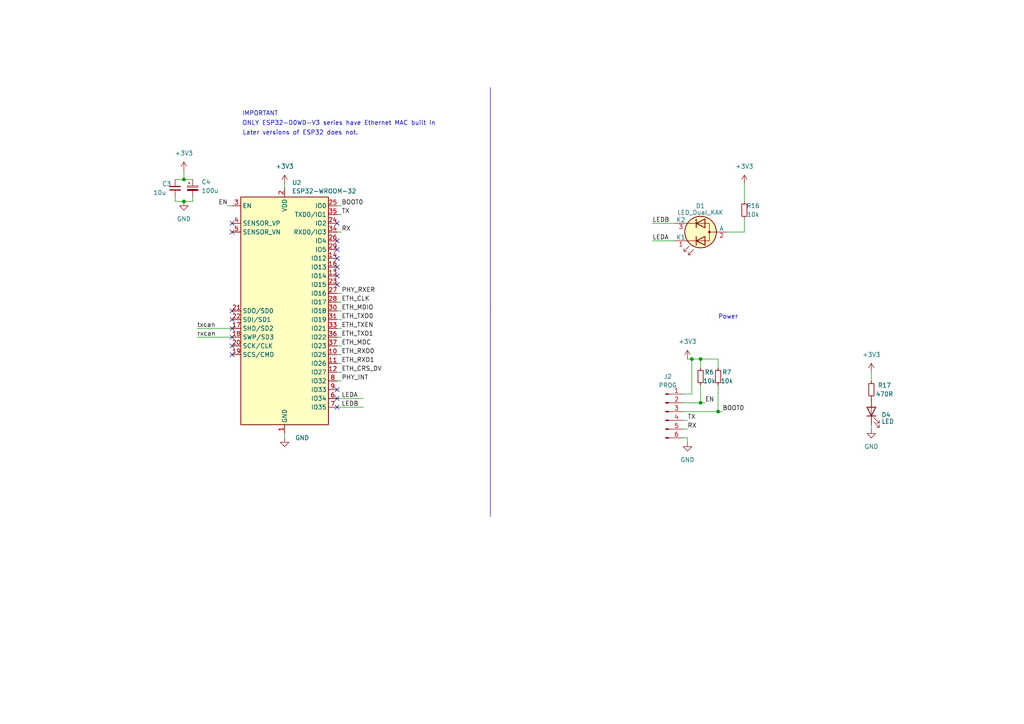
<source format=kicad_sch>
(kicad_sch (version 20250114) (generator "eeschema") (generator_version "9.0")
  (paper "A4")
  (title_block (comment 1 "http://www.vscp.org"))
  (lib_symbols
    (symbol "+3.3V_3" (power) (pin_names (offset 0))
      (property "Value" "+3.3V_3" (at 0 3.556 0))
      (symbol "+3.3V_3_0_1"
        (polyline (pts (xy -0.762 1.27) (xy 0 2.54)))
        (polyline (pts (xy 0 2.54) (xy 0.762 1.27)))
        (polyline (pts (xy 0 0) (xy 0 2.54)))
      )
      (symbol "+3.3V_3_1_1"
        (pin power_in line (at 0 0 90) (length 0) (hide yes) (name "+3V3") (number "1"))
      )
    )
    (symbol "+3.3V_4" (power) (pin_names (offset 0))
      (property "Value" "+3.3V_4" (at 0 3.556 0))
      (symbol "+3.3V_4_0_1"
        (polyline (pts (xy -0.762 1.27) (xy 0 2.54)))
        (polyline (pts (xy 0 2.54) (xy 0.762 1.27)))
        (polyline (pts (xy 0 0) (xy 0 2.54)))
      )
      (symbol "+3.3V_4_1_1"
        (pin power_in line (at 0 0 90) (length 0) (hide yes) (name "+3V3") (number "1"))
      )
    )
    (symbol "Connector:Conn_01x06_Male" (pin_names (offset 1.016) (hide yes))
      (property "Reference" "J" (at 0 7.62 0))
      (property "Value" "Conn_01x06_Male" (at 0 -10.16 0))
      (symbol "Conn_01x06_Male_1_1"
        (rectangle (start 0.8636 5.207) (end 0 4.953) (stroke (width 0.1524)) (fill (type outline)))
        (rectangle (start 0.8636 2.667) (end 0 2.413) (stroke (width 0.1524)) (fill (type outline)))
        (rectangle (start 0.8636 0.127) (end 0 -0.127) (stroke (width 0.1524)) (fill (type outline)))
        (rectangle (start 0.8636 -2.413) (end 0 -2.667) (stroke (width 0.1524)) (fill (type outline)))
        (rectangle (start 0.8636 -4.953) (end 0 -5.207) (stroke (width 0.1524)) (fill (type outline)))
        (rectangle (start 0.8636 -7.493) (end 0 -7.747) (stroke (width 0.1524)) (fill (type outline)))
        (polyline (pts (xy 1.27 5.08) (xy 0.8636 5.08)) (stroke (width 0.1524)))
        (polyline (pts (xy 1.27 2.54) (xy 0.8636 2.54)) (stroke (width 0.1524)))
        (polyline (pts (xy 1.27 0) (xy 0.8636 0)) (stroke (width 0.1524)))
        (polyline (pts (xy 1.27 -2.54) (xy 0.8636 -2.54)) (stroke (width 0.1524)))
        (polyline (pts (xy 1.27 -5.08) (xy 0.8636 -5.08)) (stroke (width 0.1524)))
        (polyline (pts (xy 1.27 -7.62) (xy 0.8636 -7.62)) (stroke (width 0.1524)))
        (pin passive line (at 5.08 5.08 180) (length 3.81) (name "Pin_1") (number "1"))
        (pin passive line (at 5.08 2.54 180) (length 3.81) (name "Pin_2") (number "2"))
        (pin passive line (at 5.08 0 180) (length 3.81) (name "Pin_3") (number "3"))
        (pin passive line (at 5.08 -2.54 180) (length 3.81) (name "Pin_4") (number "4"))
        (pin passive line (at 5.08 -5.08 180) (length 3.81) (name "Pin_5") (number "5"))
        (pin passive line (at 5.08 -7.62 180) (length 3.81) (name "Pin_6") (number "6"))
      )
    )
    (symbol "Device:C_Polarized_Small" (pin_numbers (hide yes)) (pin_names (offset 0.254) (hide yes))
      (property "Reference" "C" (at 0.254 1.778 0))
      (property "Value" "C_Polarized_Small" (at 0.254 -2.032 0))
      (symbol "C_Polarized_Small_0_1"
        (rectangle (start -1.524 0.6858) (end 1.524 0.3048))
        (rectangle (start -1.524 -0.3048) (end 1.524 -0.6858) (fill (type outline)))
        (polyline (pts (xy -1.27 1.524) (xy -0.762 1.524)))
        (polyline (pts (xy -1.016 1.27) (xy -1.016 1.778)))
      )
      (symbol "C_Polarized_Small_1_1"
        (pin passive line (at 0 2.54 270) (length 1.8542) (name "~") (number "1"))
        (pin passive line (at 0 -2.54 90) (length 1.8542) (name "~") (number "2"))
      )
    )
    (symbol "Device:C_Small" (pin_numbers (hide yes)) (pin_names (offset 0.254) (hide yes))
      (property "Reference" "C" (at 0.254 1.778 0))
      (property "Value" "C_Small" (at 0.254 -2.032 0))
      (symbol "C_Small_0_1"
        (polyline (pts (xy -1.524 0.508) (xy 1.524 0.508)) (stroke (width 0.3048)))
        (polyline (pts (xy -1.524 -0.508) (xy 1.524 -0.508)) (stroke (width 0.3302)))
      )
      (symbol "C_Small_1_1"
        (pin passive line (at 0 2.54 270) (length 2.032) (name "~") (number "1"))
        (pin passive line (at 0 -2.54 90) (length 2.032) (name "~") (number "2"))
      )
    )
    (symbol "Device:LED" (pin_numbers (hide yes)) (pin_names (offset 1.016) (hide yes))
      (property "Reference" "D" (at 0 2.54 0))
      (property "Value" "LED" (at 0 -2.54 0))
      (symbol "LED_0_1"
        (polyline (pts (xy -3.048 -0.762) (xy -4.572 -2.286) (xy -3.81 -2.286) (xy -4.572 -2.286) (xy -4.572 -1.524)))
        (polyline (pts (xy -1.778 -0.762) (xy -3.302 -2.286) (xy -2.54 -2.286) (xy -3.302 -2.286) (xy -3.302 -1.524)))
        (polyline (pts (xy -1.27 0) (xy 1.27 0)))
        (polyline (pts (xy -1.27 -1.27) (xy -1.27 1.27)) (stroke (width 0.254)))
        (polyline (pts (xy 1.27 -1.27) (xy 1.27 1.27) (xy -1.27 0) (xy 1.27 -1.27)) (stroke (width 0.254)))
      )
      (symbol "LED_1_1"
        (pin passive line (at -3.81 0 0) (length 2.54) (name "K") (number "1"))
        (pin passive line (at 3.81 0 180) (length 2.54) (name "A") (number "2"))
      )
    )
    (symbol "Device:LED_Dual_KAK" (pin_names (offset 0))
      (property "Reference" "D" (at 0 5.715 0))
      (property "Value" "LED_Dual_KAK" (at 0 -6.35 0))
      (symbol "LED_Dual_KAK_0_1"
        (polyline (pts (xy -4.572 0) (xy -2.54 0)))
        (circle (center -2.54 0) (radius 0.2794) (fill (type outline)))
        (polyline (pts (xy -1.27 3.81) (xy -1.27 1.27) (xy 1.27 2.54) (xy -1.27 3.81)) (stroke (width 0.254)))
        (polyline (pts (xy -1.27 -1.27) (xy -1.27 -3.81) (xy 1.27 -2.54) (xy -1.27 -1.27)) (stroke (width 0.254)))
        (circle (center 0 0) (radius 4.572) (stroke (width 0.254)) (fill (type background)))
        (polyline (pts (xy 1.27 3.81) (xy 1.27 1.27)) (stroke (width 0.254)))
        (polyline (pts (xy 1.27 -1.27) (xy 1.27 -3.81)) (stroke (width 0.254)))
        (polyline (pts (xy 2.032 5.08) (xy 3.556 6.604) (xy 2.794 6.604) (xy 3.556 6.604) (xy 3.556 5.842)))
        (polyline (pts (xy 2.032 2.54) (xy -2.54 2.54) (xy -2.54 -2.54) (xy 2.032 -2.54)))
        (polyline (pts (xy 3.302 4.064) (xy 4.826 5.588) (xy 4.064 5.588) (xy 4.826 5.588) (xy 4.826 4.826)))
        (polyline (pts (xy 3.81 2.54) (xy 1.905 2.54)))
        (polyline (pts (xy 3.81 -2.54) (xy 1.905 -2.54)))
      )
      (symbol "LED_Dual_KAK_1_1"
        (pin input line (at -7.62 0 0) (length 3.048) (name "A") (number "2"))
        (pin input line (at 7.62 2.54 180) (length 3.81) (name "K1") (number "1"))
        (pin input line (at 7.62 -2.54 180) (length 3.81) (name "K2") (number "3"))
      )
    )
    (symbol "Device:R_Small" (pin_numbers (hide yes)) (pin_names (offset 0.254) (hide yes))
      (property "Reference" "R" (at 0.762 0.508 0))
      (property "Value" "R_Small" (at 0.762 -1.016 0))
      (symbol "R_Small_0_1"
        (rectangle (start -0.762 1.778) (end 0.762 -1.778) (stroke (width 0.2032)))
      )
      (symbol "R_Small_1_1"
        (pin passive line (at 0 2.54 270) (length 0.762) (name "~") (number "1"))
        (pin passive line (at 0 -2.54 90) (length 0.762) (name "~") (number "2"))
      )
    )
    (symbol "GND_14" (power) (pin_names (offset 0))
      (property "Value" "GND_14" (at 0 -3.81 0))
      (symbol "GND_14_0_1"
        (polyline (pts (xy 0 0) (xy 0 -1.27) (xy 1.27 -1.27) (xy 0 -2.54) (xy -1.27 -1.27) (xy 0 -1.27)))
      )
      (symbol "GND_14_1_1"
        (pin power_in line (at 0 0 270) (length 0) (hide yes) (name "GND") (number "1"))
      )
    )
    (symbol "GND_17" (power) (pin_names (offset 0))
      (property "Value" "GND_17" (at 0 -3.81 0))
      (symbol "GND_17_0_1"
        (polyline (pts (xy 0 0) (xy 0 -1.27) (xy 1.27 -1.27) (xy 0 -2.54) (xy -1.27 -1.27) (xy 0 -1.27)))
      )
      (symbol "GND_17_1_1"
        (pin power_in line (at 0 0 270) (length 0) (hide yes) (name "GND") (number "1"))
      )
    )
    (symbol "GND_8" (power) (pin_names (offset 0))
      (property "Value" "GND_8" (at 0 -3.81 0))
      (symbol "GND_8_0_1"
        (polyline (pts (xy 0 0) (xy 0 -1.27) (xy 1.27 -1.27) (xy 0 -2.54) (xy -1.27 -1.27) (xy 0 -1.27)))
      )
      (symbol "GND_8_1_1"
        (pin power_in line (at 0 0 270) (length 0) (hide yes) (name "GND") (number "1"))
      )
    )
    (symbol "RF_Module:ESP32-WROOM-32"
      (property "Reference" "U" (at -12.7 34.29 0))
      (property "Value" "ESP32-WROOM-32" (at 1.27 34.29 0))
      (symbol "ESP32-WROOM-32_0_1"
        (rectangle (start -12.7 33.02) (end 12.7 -33.02) (stroke (width 0.254)) (fill (type background)))
      )
      (symbol "ESP32-WROOM-32_1_1"
        (pin input line (at -15.24 30.48 0) (length 2.54) (name "EN") (number "3"))
        (pin input line (at -15.24 25.4 0) (length 2.54) (name "SENSOR_VP") (number "4"))
        (pin input line (at -15.24 22.86 0) (length 2.54) (name "SENSOR_VN") (number "5"))
        (pin bidirectional line (at -15.24 0 0) (length 2.54) (name "SDO/SD0") (number "21"))
        (pin bidirectional line (at -15.24 -2.54 0) (length 2.54) (name "SDI/SD1") (number "22"))
        (pin bidirectional line (at -15.24 -5.08 0) (length 2.54) (name "SHD/SD2") (number "17"))
        (pin bidirectional line (at -15.24 -7.62 0) (length 2.54) (name "SWP/SD3") (number "18"))
        (pin bidirectional line (at -15.24 -10.16 0) (length 2.54) (name "SCK/CLK") (number "20"))
        (pin bidirectional line (at -15.24 -12.7 0) (length 2.54) (name "SCS/CMD") (number "19"))
        (pin no_connect line (at -12.7 -27.94 0) (length 2.54) (hide yes) (name "NC") (number "32"))
        (pin power_in line (at 0 35.56 270) (length 2.54) (name "VDD") (number "2"))
        (pin power_in line (at 0 -35.56 90) (length 2.54) (name "GND") (number "1"))
        (pin passive line (at 0 -35.56 90) (length 2.54) (hide yes) (name "GND") (number "15"))
        (pin passive line (at 0 -35.56 90) (length 2.54) (hide yes) (name "GND") (number "38"))
        (pin passive line (at 0 -35.56 90) (length 2.54) (hide yes) (name "GND") (number "39"))
        (pin bidirectional line (at 15.24 30.48 180) (length 2.54) (name "IO0") (number "25"))
        (pin bidirectional line (at 15.24 27.94 180) (length 2.54) (name "TXD0/IO1") (number "35"))
        (pin bidirectional line (at 15.24 25.4 180) (length 2.54) (name "IO2") (number "24"))
        (pin bidirectional line (at 15.24 22.86 180) (length 2.54) (name "RXD0/IO3") (number "34"))
        (pin bidirectional line (at 15.24 20.32 180) (length 2.54) (name "IO4") (number "26"))
        (pin bidirectional line (at 15.24 17.78 180) (length 2.54) (name "IO5") (number "29"))
        (pin bidirectional line (at 15.24 15.24 180) (length 2.54) (name "IO12") (number "14"))
        (pin bidirectional line (at 15.24 12.7 180) (length 2.54) (name "IO13") (number "16"))
        (pin bidirectional line (at 15.24 10.16 180) (length 2.54) (name "IO14") (number "13"))
        (pin bidirectional line (at 15.24 7.62 180) (length 2.54) (name "IO15") (number "23"))
        (pin bidirectional line (at 15.24 5.08 180) (length 2.54) (name "IO16") (number "27"))
        (pin bidirectional line (at 15.24 2.54 180) (length 2.54) (name "IO17") (number "28"))
        (pin bidirectional line (at 15.24 0 180) (length 2.54) (name "IO18") (number "30"))
        (pin bidirectional line (at 15.24 -2.54 180) (length 2.54) (name "IO19") (number "31"))
        (pin bidirectional line (at 15.24 -5.08 180) (length 2.54) (name "IO21") (number "33"))
        (pin bidirectional line (at 15.24 -7.62 180) (length 2.54) (name "IO22") (number "36"))
        (pin bidirectional line (at 15.24 -10.16 180) (length 2.54) (name "IO23") (number "37"))
        (pin bidirectional line (at 15.24 -12.7 180) (length 2.54) (name "IO25") (number "10"))
        (pin bidirectional line (at 15.24 -15.24 180) (length 2.54) (name "IO26") (number "11"))
        (pin bidirectional line (at 15.24 -17.78 180) (length 2.54) (name "IO27") (number "12"))
        (pin bidirectional line (at 15.24 -20.32 180) (length 2.54) (name "IO32") (number "8"))
        (pin bidirectional line (at 15.24 -22.86 180) (length 2.54) (name "IO33") (number "9"))
        (pin input line (at 15.24 -25.4 180) (length 2.54) (name "IO34") (number "6"))
        (pin input line (at 15.24 -27.94 180) (length 2.54) (name "IO35") (number "7"))
      )
    )
    (symbol "power:+3.3V" (power) (pin_names (offset 0))
      (property "Value" "+3.3V" (at 0 3.556 0))
      (symbol "+3.3V_0_1"
        (polyline (pts (xy -0.762 1.27) (xy 0 2.54)))
        (polyline (pts (xy 0 2.54) (xy 0.762 1.27)))
        (polyline (pts (xy 0 0) (xy 0 2.54)))
      )
      (symbol "+3.3V_1_1"
        (pin power_in line (at 0 0 90) (length 0) (hide yes) (name "+3V3") (number "1"))
      )
    )
  )
  (text "Later versions of ESP32 does not." (at 87.122 38.608 0) (effects (font (size 1.27 1.27))))
  (text "ONLY ESP32-D0WD-V3 series have Ethernet MAC built in" (at 98.298 35.814 0) (effects (font (size 1.27 1.27))))
  (text "IMPORTANT" (at 75.438 33.02 0) (effects (font (size 1.27 1.27))))
  (text "Power" (at 208.28 92.71 0) (effects (font (size 1.27 1.27)) (justify left bottom)))
  (junction (at 203.2 104.14))
  (junction (at 208.28 119.38))
  (junction (at 53.34 58.42))
  (junction (at 53.34 52.07))
  (junction (at 200.66 104.14))
  (junction (at 203.2 116.84))
  (no_connect (at 67.31 100.33))
  (no_connect (at 97.79 113.03))
  (no_connect (at 67.31 64.77))
  (no_connect (at 67.31 102.87))
  (no_connect (at 97.79 115.57))
  (no_connect (at 67.31 67.31))
  (no_connect (at 97.79 64.77))
  (no_connect (at 97.79 69.85))
  (no_connect (at 67.31 92.71))
  (no_connect (at 97.79 74.93))
  (no_connect (at 97.79 80.01))
  (no_connect (at 67.31 95.25))
  (no_connect (at 97.79 72.39))
  (no_connect (at 97.79 82.55))
  (no_connect (at 97.79 77.47))
  (no_connect (at 67.31 97.79))
  (no_connect (at 67.31 90.17))
  (no_connect (at 97.79 118.11))
  (wire (pts (xy 198.12 116.84) (xy 203.2 116.84)))
  (wire (pts (xy 97.79 97.79) (xy 99.06 97.79)))
  (wire (pts (xy 97.79 85.09) (xy 99.06 85.09)))
  (wire (pts (xy 198.12 121.92) (xy 199.39 121.92)))
  (wire (pts (xy 203.2 104.14) (xy 203.2 106.68)))
  (wire (pts (xy 208.28 119.38) (xy 209.55 119.38)))
  (wire (pts (xy 199.39 127) (xy 199.39 128.27)))
  (wire (pts (xy 53.34 49.53) (xy 53.34 52.07)))
  (wire (pts (xy 198.12 119.38) (xy 208.28 119.38)))
  (wire (pts (xy 203.2 104.14) (xy 208.28 104.14)))
  (wire (pts (xy 215.9 67.31) (xy 215.9 63.5)))
  (wire (pts (xy 53.34 52.07) (xy 55.88 52.07)))
  (wire (pts (xy 200.66 114.3) (xy 198.12 114.3)))
  (wire (pts (xy 97.79 100.33) (xy 99.06 100.33)))
  (wire (pts (xy 97.79 90.17) (xy 99.06 90.17)))
  (wire (pts (xy 97.79 59.69) (xy 99.06 59.69)))
  (wire (pts (xy 199.39 104.14) (xy 200.66 104.14)))
  (wire (pts (xy 203.2 111.76) (xy 203.2 116.84)))
  (wire (pts (xy 97.79 102.87) (xy 99.06 102.87)))
  (polyline (pts (xy 142.24 149.86) (xy 142.24 88.9)))
  (wire (pts (xy 210.82 67.31) (xy 215.9 67.31)))
  (wire (pts (xy 97.79 118.11) (xy 105.41 118.11)))
  (wire (pts (xy 252.73 110.49) (xy 252.73 107.95)))
  (wire (pts (xy 97.79 62.23) (xy 99.06 62.23)))
  (wire (pts (xy 97.79 67.31) (xy 99.06 67.31)))
  (wire (pts (xy 50.8 52.07) (xy 53.34 52.07)))
  (wire (pts (xy 55.88 58.42) (xy 55.88 57.15)))
  (wire (pts (xy 215.9 58.42) (xy 215.9 53.34)))
  (wire (pts (xy 97.79 87.63) (xy 99.06 87.63)))
  (wire (pts (xy 57.15 97.79) (xy 67.31 97.79)))
  (wire (pts (xy 198.12 127) (xy 199.39 127)))
  (wire (pts (xy 203.2 116.84) (xy 204.47 116.84)))
  (wire (pts (xy 50.8 57.15) (xy 50.8 58.42)))
  (wire (pts (xy 97.79 110.49) (xy 99.06 110.49)))
  (wire (pts (xy 97.79 115.57) (xy 105.41 115.57)))
  (wire (pts (xy 189.23 64.77) (xy 195.58 64.77)))
  (wire (pts (xy 200.66 104.14) (xy 200.66 114.3)))
  (wire (pts (xy 97.79 105.41) (xy 99.06 105.41)))
  (wire (pts (xy 97.79 92.71) (xy 99.06 92.71)))
  (wire (pts (xy 50.8 58.42) (xy 53.34 58.42)))
  (polyline (pts (xy 142.24 25.4) (xy 142.24 88.9)))
  (wire (pts (xy 82.55 53.34) (xy 82.55 54.61)))
  (wire (pts (xy 252.73 123.19) (xy 252.73 124.46)))
  (wire (pts (xy 82.55 125.73) (xy 82.55 127)))
  (wire (pts (xy 57.15 95.25) (xy 67.31 95.25)))
  (wire (pts (xy 208.28 111.76) (xy 208.28 119.38)))
  (wire (pts (xy 189.23 69.85) (xy 195.58 69.85)))
  (wire (pts (xy 97.79 95.25) (xy 99.06 95.25)))
  (wire (pts (xy 66.04 59.69) (xy 67.31 59.69)))
  (wire (pts (xy 208.28 104.14) (xy 208.28 106.68)))
  (wire (pts (xy 53.34 58.42) (xy 55.88 58.42)))
  (wire (pts (xy 200.66 104.14) (xy 203.2 104.14)))
  (wire (pts (xy 97.79 107.95) (xy 99.06 107.95)))
  (wire (pts (xy 198.12 124.46) (xy 199.39 124.46)))
  (label "ETH_CLK" (at 99.06 87.63 0))
  (label "ETH_TXEN" (at 99.06 95.25 0))
  (label "LEDB" (at 189.23 64.77 0))
  (label "BOOT0" (at 99.06 59.69 0))
  (label "ETH_RXD1" (at 99.06 105.41 0))
  (label "ETH_TXD1" (at 99.06 97.79 0))
  (label "LEDA" (at 99.06 115.57 0))
  (label "RX" (at 199.39 124.46 0))
  (label "ETH_MDC" (at 99.06 100.33 0))
  (label "PHY_RXER" (at 99.06 85.09 0))
  (label "ETH_TXD0" (at 99.06 92.71 0))
  (label "rxcan" (at 57.15 97.79 0))
  (label "ETH_RXD0" (at 99.06 102.87 0))
  (label "ETH_CRS_DV" (at 99.06 107.95 0))
  (label "EN" (at 204.47 116.84 0))
  (label "ETH_MDIO" (at 99.06 90.17 0))
  (label "RX" (at 99.06 67.31 0))
  (label "EN" (at 66.04 59.69 180))
  (label "TX" (at 199.39 121.92 0))
  (label "PHY_INT" (at 99.06 110.49 0))
  (label "LEDB" (at 99.06 118.11 0))
  (label "LEDA" (at 189.23 69.85 0))
  (label "BOOT0" (at 209.55 119.38 0))
  (label "TX" (at 99.06 62.23 0))
  (label "txcan" (at 57.15 95.25 0))
  (symbol (lib_id "RF_Module:ESP32-WROOM-32") (at 82.55 90.17 0) (unit 1)
    (property "Reference" "U2" (at 84.6933 53.0055 0) (effects (justify left)))
    (property "Value" "ESP32-WROOM-32" (at 84.6933 55.4298 0) (effects (justify left)))
    (property "Footprint" "RF_Module:ESP32-WROOM-32" (effects (hide yes)))
    (property "Datasheet" "https://www.espressif.com/sites/default/files/documentation/esp32-wroom-32_datasheet_en.pdf" (effects (hide yes)))
  )
  (symbol (lib_id "Device:R_Small") (at 208.28 109.22 180) (unit 1)
    (property "Reference" "R7" (at 210.82 107.95 0))
    (property "Value" "10k" (at 210.82 110.49 0))
    (property "Footprint" "Resistor_SMD:R_0805_2012Metric_Pad1.20x1.40mm_HandSolder" (effects (hide yes)))
  )
  (symbol (lib_id "Device:LED_Dual_KAK") (at 203.2 67.31 180) (unit 1)
    (property "Reference" "D1" (at 203.1365 59.7281 0))
    (property "Value" "LED_Dual_KAK" (at 203.1365 61.6491 0))
    (property "Footprint" "LED_THT:LED_D5.0mm-3" (effects (hide yes)))
  )
  (symbol (lib_name "GND_17") (lib_id "power:GND") (at 199.39 128.27 0) (unit 1)
    (property "Reference" "#PWR0114" (effects (hide yes)))
    (property "Value" "GND" (at 199.39 133.35 0))
  )
  (symbol (lib_id "Device:C_Polarized_Small") (at 55.88 54.61 0) (unit 1)
    (property "Reference" "C4" (at 58.42 52.7938 0) (effects (justify left)))
    (property "Value" "100u" (at 58.42 55.3338 0) (effects (justify left)))
    (property "Footprint" "Capacitor_Tantalum_SMD:CP_EIA-3528-21_Kemet-B" (effects (hide yes)))
  )
  (symbol (lib_id "Device:R_Small") (at 215.9 60.96 180) (unit 1)
    (property "Reference" "R16" (at 218.44 59.69 0))
    (property "Value" "10k" (at 218.44 62.23 0))
    (property "Footprint" "Resistor_SMD:R_0805_2012Metric_Pad1.20x1.40mm_HandSolder" (effects (hide yes)))
  )
  (symbol (lib_id "power:+3.3V") (at 199.39 104.14 0) (unit 1)
    (property "Reference" "#PWR0112" (effects (hide yes)))
    (property "Value" "+3V3" (at 199.39 99.06 0))
  )
  (symbol (lib_id "Device:C_Small") (at 50.8 54.61 0) (unit 1)
    (property "Reference" "C3" (at 46.99 53.34 0) (effects (justify left)))
    (property "Value" "10u" (at 44.45 55.88 0) (effects (justify left)))
    (property "Footprint" "Capacitor_SMD:C_0805_2012Metric_Pad1.18x1.45mm_HandSolder" (effects (hide yes)))
  )
  (symbol (lib_id "power:+3.3V") (at 215.9 53.34 0) (unit 1)
    (property "Reference" "#PWR012" (effects (hide yes)))
    (property "Value" "+3V3" (at 215.9 48.26 0))
  )
  (symbol (lib_name "GND_14") (lib_id "power:GND") (at 53.34 58.42 0) (unit 1)
    (property "Reference" "#PWR0108" (effects (hide yes)))
    (property "Value" "GND" (at 53.34 63.5 0))
  )
  (symbol (lib_id "Connector:Conn_01x06_Male") (at 193.04 119.38 0) (unit 1)
    (property "Reference" "J2" (at 193.675 109.22 0))
    (property "Value" "PROG" (at 193.675 111.76 0))
    (property "Footprint" "Connector_PinHeader_2.54mm:PinHeader_1x06_P2.54mm_Vertical" (effects (hide yes)))
  )
  (symbol (lib_name "GND_14") (lib_id "power:GND") (at 252.73 124.46 0) (unit 1)
    (property "Reference" "#PWR014" (effects (hide yes)))
    (property "Value" "GND" (at 252.73 129.54 0))
  )
  (symbol (lib_id "Device:R_Small") (at 252.73 113.03 180) (unit 1)
    (property "Reference" "R17" (at 256.54 111.76 0))
    (property "Value" "470R" (at 256.54 114.3 0))
    (property "Footprint" "Resistor_SMD:R_0805_2012Metric_Pad1.20x1.40mm_HandSolder" (effects (hide yes)))
  )
  (symbol (lib_id "Device:R_Small") (at 203.2 109.22 180) (unit 1)
    (property "Reference" "R6" (at 205.74 107.95 0))
    (property "Value" "10k" (at 205.74 110.49 0))
    (property "Footprint" "Resistor_SMD:R_0805_2012Metric_Pad1.20x1.40mm_HandSolder" (effects (hide yes)))
  )
  (symbol (lib_name "GND_8") (lib_id "power:GND") (at 82.55 127 0) (unit 1)
    (property "Reference" "#PWR0105" (effects (hide yes)))
    (property "Value" "GND" (at 87.63 127 0))
  )
  (symbol (lib_name "+3.3V_4") (lib_id "power:+3.3V") (at 82.55 53.34 0) (unit 1)
    (property "Reference" "#PWR0106" (effects (hide yes)))
    (property "Value" "+3V3" (at 82.55 48.26 0))
  )
  (symbol (lib_name "+3.3V_3") (lib_id "power:+3.3V") (at 53.34 49.53 0) (unit 1)
    (property "Reference" "#PWR0107" (effects (hide yes)))
    (property "Value" "+3V3" (at 53.34 44.45 0))
  )
  (symbol (lib_id "power:+3.3V") (at 252.73 107.95 0) (unit 1)
    (property "Reference" "#PWR013" (effects (hide yes)))
    (property "Value" "+3V3" (at 252.73 102.87 0))
  )
  (symbol (lib_id "Device:LED") (at 252.73 119.38 90) (unit 1)
    (property "Reference" "D4" (at 255.651 120.3238 90) (effects (justify right)))
    (property "Value" "LED" (at 255.651 122.2448 90) (effects (justify right)))
    (property "Footprint" "LED_SMD:LED_0805_2012Metric_Pad1.15x1.40mm_HandSolder" (effects (hide yes)))
  )
)
</source>
